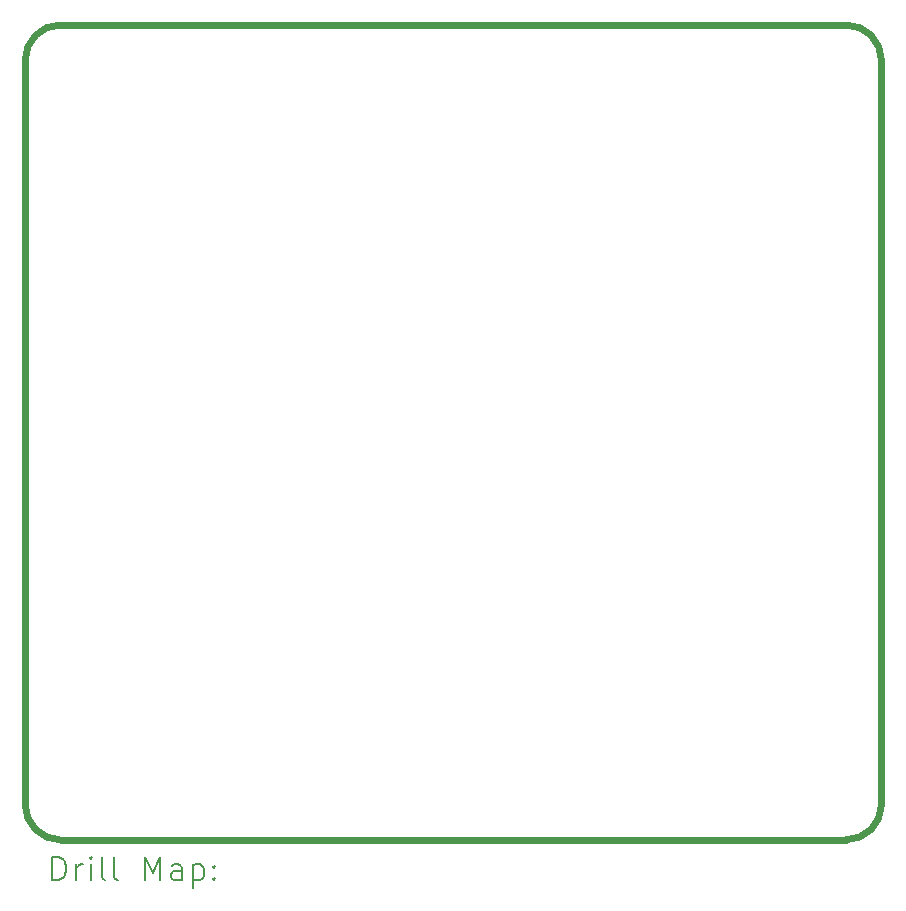
<source format=gbr>
%TF.GenerationSoftware,KiCad,Pcbnew,8.0.5*%
%TF.CreationDate,2025-04-11T00:05:18-04:00*%
%TF.ProjectId,RP2040_minimal_r2,52503230-3430-45f6-9d69-6e696d616c5f,REV2*%
%TF.SameCoordinates,Original*%
%TF.FileFunction,Drillmap*%
%TF.FilePolarity,Positive*%
%FSLAX45Y45*%
G04 Gerber Fmt 4.5, Leading zero omitted, Abs format (unit mm)*
G04 Created by KiCad (PCBNEW 8.0.5) date 2025-04-11 00:05:18*
%MOMM*%
%LPD*%
G01*
G04 APERTURE LIST*
%ADD10C,0.600000*%
%ADD11C,0.200000*%
G04 APERTURE END LIST*
D10*
X13200000Y-13900000D02*
X6550000Y-13900000D01*
X13500000Y-7300000D02*
X13500000Y-13600000D01*
X6550000Y-7000000D02*
X13200000Y-7000000D01*
X6250000Y-13600000D02*
X6250000Y-7300000D01*
X13500000Y-13600000D02*
G75*
G02*
X13200000Y-13900000I-300000J0D01*
G01*
X13200000Y-7000000D02*
G75*
G02*
X13500000Y-7300000I0J-300000D01*
G01*
X6250000Y-7300000D02*
G75*
G02*
X6550000Y-7000000I300000J0D01*
G01*
X6550000Y-13900000D02*
G75*
G02*
X6250000Y-13600000I0J300000D01*
G01*
D11*
X6480777Y-14241484D02*
X6480777Y-14041484D01*
X6480777Y-14041484D02*
X6528396Y-14041484D01*
X6528396Y-14041484D02*
X6556967Y-14051008D01*
X6556967Y-14051008D02*
X6576015Y-14070055D01*
X6576015Y-14070055D02*
X6585539Y-14089103D01*
X6585539Y-14089103D02*
X6595062Y-14127198D01*
X6595062Y-14127198D02*
X6595062Y-14155769D01*
X6595062Y-14155769D02*
X6585539Y-14193865D01*
X6585539Y-14193865D02*
X6576015Y-14212912D01*
X6576015Y-14212912D02*
X6556967Y-14231960D01*
X6556967Y-14231960D02*
X6528396Y-14241484D01*
X6528396Y-14241484D02*
X6480777Y-14241484D01*
X6680777Y-14241484D02*
X6680777Y-14108150D01*
X6680777Y-14146246D02*
X6690301Y-14127198D01*
X6690301Y-14127198D02*
X6699824Y-14117674D01*
X6699824Y-14117674D02*
X6718872Y-14108150D01*
X6718872Y-14108150D02*
X6737920Y-14108150D01*
X6804586Y-14241484D02*
X6804586Y-14108150D01*
X6804586Y-14041484D02*
X6795062Y-14051008D01*
X6795062Y-14051008D02*
X6804586Y-14060531D01*
X6804586Y-14060531D02*
X6814110Y-14051008D01*
X6814110Y-14051008D02*
X6804586Y-14041484D01*
X6804586Y-14041484D02*
X6804586Y-14060531D01*
X6928396Y-14241484D02*
X6909348Y-14231960D01*
X6909348Y-14231960D02*
X6899824Y-14212912D01*
X6899824Y-14212912D02*
X6899824Y-14041484D01*
X7033158Y-14241484D02*
X7014110Y-14231960D01*
X7014110Y-14231960D02*
X7004586Y-14212912D01*
X7004586Y-14212912D02*
X7004586Y-14041484D01*
X7261729Y-14241484D02*
X7261729Y-14041484D01*
X7261729Y-14041484D02*
X7328396Y-14184341D01*
X7328396Y-14184341D02*
X7395062Y-14041484D01*
X7395062Y-14041484D02*
X7395062Y-14241484D01*
X7576015Y-14241484D02*
X7576015Y-14136722D01*
X7576015Y-14136722D02*
X7566491Y-14117674D01*
X7566491Y-14117674D02*
X7547443Y-14108150D01*
X7547443Y-14108150D02*
X7509348Y-14108150D01*
X7509348Y-14108150D02*
X7490301Y-14117674D01*
X7576015Y-14231960D02*
X7556967Y-14241484D01*
X7556967Y-14241484D02*
X7509348Y-14241484D01*
X7509348Y-14241484D02*
X7490301Y-14231960D01*
X7490301Y-14231960D02*
X7480777Y-14212912D01*
X7480777Y-14212912D02*
X7480777Y-14193865D01*
X7480777Y-14193865D02*
X7490301Y-14174817D01*
X7490301Y-14174817D02*
X7509348Y-14165293D01*
X7509348Y-14165293D02*
X7556967Y-14165293D01*
X7556967Y-14165293D02*
X7576015Y-14155769D01*
X7671253Y-14108150D02*
X7671253Y-14308150D01*
X7671253Y-14117674D02*
X7690301Y-14108150D01*
X7690301Y-14108150D02*
X7728396Y-14108150D01*
X7728396Y-14108150D02*
X7747443Y-14117674D01*
X7747443Y-14117674D02*
X7756967Y-14127198D01*
X7756967Y-14127198D02*
X7766491Y-14146246D01*
X7766491Y-14146246D02*
X7766491Y-14203388D01*
X7766491Y-14203388D02*
X7756967Y-14222436D01*
X7756967Y-14222436D02*
X7747443Y-14231960D01*
X7747443Y-14231960D02*
X7728396Y-14241484D01*
X7728396Y-14241484D02*
X7690301Y-14241484D01*
X7690301Y-14241484D02*
X7671253Y-14231960D01*
X7852205Y-14222436D02*
X7861729Y-14231960D01*
X7861729Y-14231960D02*
X7852205Y-14241484D01*
X7852205Y-14241484D02*
X7842682Y-14231960D01*
X7842682Y-14231960D02*
X7852205Y-14222436D01*
X7852205Y-14222436D02*
X7852205Y-14241484D01*
X7852205Y-14117674D02*
X7861729Y-14127198D01*
X7861729Y-14127198D02*
X7852205Y-14136722D01*
X7852205Y-14136722D02*
X7842682Y-14127198D01*
X7842682Y-14127198D02*
X7852205Y-14117674D01*
X7852205Y-14117674D02*
X7852205Y-14136722D01*
M02*

</source>
